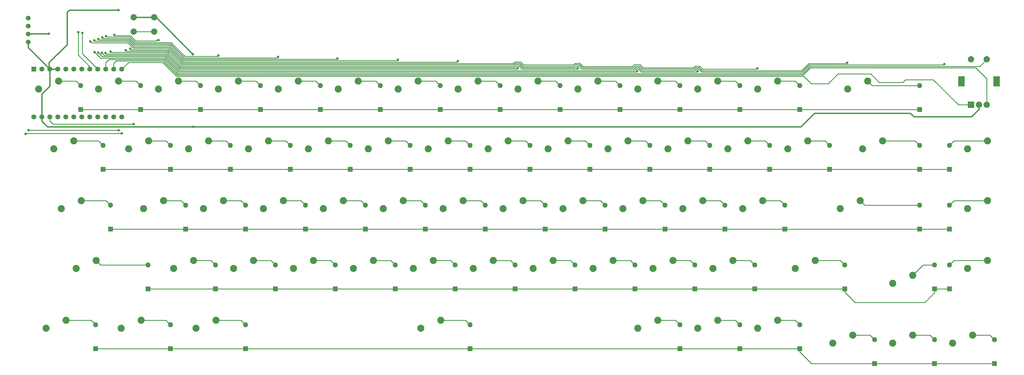
<source format=gtl>
%TF.GenerationSoftware,KiCad,Pcbnew,(6.0.8)*%
%TF.CreationDate,2023-10-10T00:17:19-07:00*%
%TF.ProjectId,CMKC65_R1,434d4b43-3635-45f5-9231-2e6b69636164,rev?*%
%TF.SameCoordinates,Original*%
%TF.FileFunction,Copper,L1,Top*%
%TF.FilePolarity,Positive*%
%FSLAX46Y46*%
G04 Gerber Fmt 4.6, Leading zero omitted, Abs format (unit mm)*
G04 Created by KiCad (PCBNEW (6.0.8)) date 2023-10-10 00:17:19*
%MOMM*%
%LPD*%
G01*
G04 APERTURE LIST*
%TA.AperFunction,ComponentPad*%
%ADD10R,1.600000X1.600000*%
%TD*%
%TA.AperFunction,ComponentPad*%
%ADD11O,1.600000X1.600000*%
%TD*%
%TA.AperFunction,ComponentPad*%
%ADD12C,2.250000*%
%TD*%
%TA.AperFunction,ComponentPad*%
%ADD13R,2.000000X2.000000*%
%TD*%
%TA.AperFunction,ComponentPad*%
%ADD14C,2.000000*%
%TD*%
%TA.AperFunction,ComponentPad*%
%ADD15R,2.000000X3.200000*%
%TD*%
%TA.AperFunction,ComponentPad*%
%ADD16C,1.524000*%
%TD*%
%TA.AperFunction,ComponentPad*%
%ADD17C,1.600000*%
%TD*%
%TA.AperFunction,ViaPad*%
%ADD18C,0.800000*%
%TD*%
%TA.AperFunction,Conductor*%
%ADD19C,0.254000*%
%TD*%
%TA.AperFunction,Conductor*%
%ADD20C,0.381000*%
%TD*%
G04 APERTURE END LIST*
D10*
X34925000Y-49212500D03*
D11*
X34925000Y-41592500D03*
D10*
X53975000Y-49212500D03*
D11*
X53975000Y-41592500D03*
D10*
X73025000Y-49212500D03*
D11*
X73025000Y-41592500D03*
D10*
X92075000Y-49212500D03*
D11*
X92075000Y-41592500D03*
D10*
X111125000Y-49212500D03*
D11*
X111125000Y-41592500D03*
D10*
X130175000Y-49212500D03*
D11*
X130175000Y-41592500D03*
D10*
X149225000Y-49212500D03*
D11*
X149225000Y-41592500D03*
D10*
X168275000Y-49212500D03*
D11*
X168275000Y-41592500D03*
D10*
X187325000Y-49212500D03*
D11*
X187325000Y-41592500D03*
D10*
X206375000Y-49212500D03*
D11*
X206375000Y-41592500D03*
D10*
X225425000Y-49212500D03*
D11*
X225425000Y-41592500D03*
D10*
X244475000Y-49212500D03*
D11*
X244475000Y-41592500D03*
D10*
X263525000Y-49212500D03*
D11*
X263525000Y-41592500D03*
D10*
X301625000Y-49212500D03*
D11*
X301625000Y-41592500D03*
D10*
X42068750Y-68262500D03*
D11*
X42068750Y-60642500D03*
D10*
X63500000Y-68262500D03*
D11*
X63500000Y-60642500D03*
D10*
X82550000Y-68262500D03*
D11*
X82550000Y-60642500D03*
D10*
X101600000Y-68262500D03*
D11*
X101600000Y-60642500D03*
D10*
X120650000Y-68262500D03*
D11*
X120650000Y-60642500D03*
D10*
X139700000Y-68262500D03*
D11*
X139700000Y-60642500D03*
D10*
X158750000Y-68262500D03*
D11*
X158750000Y-60642500D03*
D10*
X177800000Y-68262500D03*
D11*
X177800000Y-60642500D03*
D10*
X196850000Y-68262500D03*
D11*
X196850000Y-60642500D03*
D10*
X215900000Y-68262500D03*
D11*
X215900000Y-60642500D03*
D10*
X234950000Y-68262500D03*
D11*
X234950000Y-60642500D03*
D10*
X254000000Y-68262500D03*
D11*
X254000000Y-60642500D03*
D10*
X273050000Y-68262500D03*
D11*
X273050000Y-60642500D03*
D10*
X301625000Y-68262500D03*
D11*
X301625000Y-60642500D03*
D10*
X311150000Y-68262500D03*
D11*
X311150000Y-60642500D03*
D10*
X44450000Y-87312500D03*
D11*
X44450000Y-79692500D03*
D10*
X68262500Y-87312500D03*
D11*
X68262500Y-79692500D03*
D10*
X87312500Y-87312500D03*
D11*
X87312500Y-79692500D03*
D10*
X106362500Y-87312500D03*
D11*
X106362500Y-79692500D03*
D10*
X125412500Y-87312500D03*
D11*
X125412500Y-79692500D03*
D10*
X144462500Y-87312500D03*
D11*
X144462500Y-79692500D03*
D10*
X163512500Y-87312500D03*
D11*
X163512500Y-79692500D03*
D10*
X182562500Y-87312500D03*
D11*
X182562500Y-79692500D03*
D10*
X201612500Y-87312500D03*
D11*
X201612500Y-79692500D03*
D10*
X220662500Y-87312500D03*
D11*
X220662500Y-79692500D03*
D10*
X239712500Y-87312500D03*
D11*
X239712500Y-79692500D03*
D10*
X258762500Y-87312500D03*
D11*
X258762500Y-79692500D03*
D10*
X301625000Y-87312500D03*
D11*
X301625000Y-79692500D03*
D10*
X311150000Y-87312500D03*
D11*
X311150000Y-79692500D03*
D10*
X56356250Y-106362500D03*
D11*
X56356250Y-98742500D03*
D10*
X77787500Y-106362500D03*
D11*
X77787500Y-98742500D03*
D10*
X96837500Y-106362500D03*
D11*
X96837500Y-98742500D03*
D10*
X115887500Y-106362500D03*
D11*
X115887500Y-98742500D03*
D10*
X134937500Y-106362500D03*
D11*
X134937500Y-98742500D03*
D10*
X153987500Y-106362500D03*
D11*
X153987500Y-98742500D03*
D10*
X173037500Y-106362500D03*
D11*
X173037500Y-98742500D03*
D10*
X192087500Y-106362500D03*
D11*
X192087500Y-98742500D03*
D10*
X211137500Y-106362500D03*
D11*
X211137500Y-98742500D03*
D10*
X230187500Y-106362500D03*
D11*
X230187500Y-98742500D03*
D10*
X249237500Y-106362500D03*
D11*
X249237500Y-98742500D03*
D10*
X277812500Y-106362500D03*
D11*
X277812500Y-98742500D03*
D10*
X306387500Y-106362500D03*
D11*
X306387500Y-98742500D03*
D10*
X311150000Y-106362500D03*
D11*
X311150000Y-98742500D03*
D10*
X39687500Y-125412500D03*
D11*
X39687500Y-117792500D03*
D10*
X63500000Y-125412500D03*
D11*
X63500000Y-117792500D03*
D10*
X87312500Y-125412500D03*
D11*
X87312500Y-117792500D03*
D10*
X158750000Y-125412500D03*
D11*
X158750000Y-117792500D03*
D10*
X225425000Y-125412500D03*
D11*
X225425000Y-117792500D03*
D10*
X244475000Y-125412500D03*
D11*
X244475000Y-117792500D03*
D10*
X263525000Y-125412500D03*
D11*
X263525000Y-117792500D03*
D10*
X287337500Y-130175000D03*
D11*
X287337500Y-122555000D03*
D10*
X306387500Y-130175000D03*
D11*
X306387500Y-122555000D03*
D10*
X325437500Y-130175000D03*
D11*
X325437500Y-122555000D03*
D12*
X197802500Y-99853750D03*
X204152500Y-97313750D03*
X216852500Y-99853750D03*
X223202500Y-97313750D03*
X212090000Y-42703750D03*
X218440000Y-40163750D03*
X40640000Y-42703750D03*
X46990000Y-40163750D03*
X59690000Y-42703750D03*
X66040000Y-40163750D03*
X78740000Y-42703750D03*
X85090000Y-40163750D03*
X97790000Y-42703750D03*
X104140000Y-40163750D03*
X116840000Y-42703750D03*
X123190000Y-40163750D03*
X135890000Y-42703750D03*
X142240000Y-40163750D03*
X154940000Y-42703750D03*
X161290000Y-40163750D03*
X173990000Y-42703750D03*
X180340000Y-40163750D03*
X193040000Y-42703750D03*
X199390000Y-40163750D03*
X245427500Y-80803750D03*
X251777500Y-78263750D03*
X231140000Y-42703750D03*
X237490000Y-40163750D03*
X235902500Y-99853750D03*
X242252500Y-97313750D03*
X226377500Y-80803750D03*
X232727500Y-78263750D03*
X250190000Y-42703750D03*
X256540000Y-40163750D03*
X240665000Y-61753750D03*
X247015000Y-59213750D03*
X283527500Y-61753750D03*
X289877500Y-59213750D03*
X259715000Y-61753750D03*
X266065000Y-59213750D03*
X54927500Y-80803750D03*
X61277500Y-78263750D03*
X140652500Y-99853750D03*
X147002500Y-97313750D03*
X278765000Y-42703750D03*
X285115000Y-40163750D03*
X102552500Y-99853750D03*
X108902500Y-97313750D03*
X28733750Y-80803750D03*
X35083750Y-78263750D03*
X93027500Y-80803750D03*
X99377500Y-78263750D03*
X316865000Y-61753750D03*
X323215000Y-59213750D03*
X293052500Y-123666250D03*
X299402500Y-121126250D03*
X88265000Y-61753750D03*
X94615000Y-59213750D03*
X316865000Y-99853750D03*
X323215000Y-97313750D03*
X276383750Y-80803750D03*
X282733750Y-78263750D03*
X21590000Y-42703750D03*
X27940000Y-40163750D03*
X112077500Y-80803750D03*
X118427500Y-78263750D03*
X231140000Y-118903750D03*
X237490000Y-116363750D03*
X131127500Y-80803750D03*
X137477500Y-78263750D03*
X150177500Y-80803750D03*
X156527500Y-78263750D03*
X316865000Y-80803750D03*
X323215000Y-78263750D03*
X183515000Y-61753750D03*
X189865000Y-59213750D03*
X169227500Y-80803750D03*
X175577500Y-78263750D03*
X188277500Y-80803750D03*
X194627500Y-78263750D03*
X207327500Y-80803750D03*
X213677500Y-78263750D03*
X71596250Y-118903750D03*
X77946250Y-116363750D03*
X23971250Y-118903750D03*
X30321250Y-116363750D03*
X274002500Y-123666250D03*
X280352500Y-121126250D03*
X33496250Y-99853750D03*
X39846250Y-97313750D03*
X178752500Y-99853750D03*
X185102500Y-97313750D03*
X159702500Y-99853750D03*
X166052500Y-97313750D03*
X202565000Y-61753750D03*
X208915000Y-59213750D03*
X221615000Y-61753750D03*
X227965000Y-59213750D03*
X50165000Y-61753750D03*
X56515000Y-59213750D03*
X107315000Y-61753750D03*
X113665000Y-59213750D03*
X212090000Y-118903750D03*
X218440000Y-116363750D03*
X250190000Y-118903750D03*
X256540000Y-116363750D03*
X312102500Y-123666250D03*
X318452500Y-121126250D03*
X262096250Y-99853750D03*
X268446250Y-97313750D03*
X73977500Y-80803750D03*
X80327500Y-78263750D03*
X143033750Y-118903750D03*
X149383750Y-116363750D03*
X126365000Y-61753750D03*
X132715000Y-59213750D03*
X26352500Y-61753750D03*
X32702500Y-59213750D03*
X164465000Y-61753750D03*
X170815000Y-59213750D03*
X293052500Y-104616250D03*
X299402500Y-102076250D03*
X121602500Y-99853750D03*
X127952500Y-97313750D03*
X69215000Y-61753750D03*
X75565000Y-59213750D03*
X47783750Y-118903750D03*
X54133750Y-116363750D03*
X83502500Y-99853750D03*
X89852500Y-97313750D03*
X145415000Y-61753750D03*
X151765000Y-59213750D03*
X64452500Y-99853750D03*
X70802500Y-97313750D03*
D13*
X318008000Y-47752000D03*
D14*
X323008000Y-47752000D03*
X320508000Y-47752000D03*
D15*
X326108000Y-40252000D03*
X314908000Y-40252000D03*
D14*
X323008000Y-33252000D03*
X318008000Y-33252000D03*
D16*
X18250000Y-20090000D03*
X18250000Y-22630000D03*
X18250000Y-25170000D03*
X18250000Y-27710000D03*
D14*
X51780000Y-19900000D03*
X58280000Y-19900000D03*
X51780000Y-24400000D03*
X58280000Y-24400000D03*
D10*
X20060000Y-36410000D03*
D17*
X22600000Y-36410000D03*
X25140000Y-36410000D03*
X27680000Y-36410000D03*
X30220000Y-36410000D03*
X32760000Y-36410000D03*
X35300000Y-36410000D03*
X37840000Y-36410000D03*
X40380000Y-36410000D03*
X42920000Y-36410000D03*
X45460000Y-36410000D03*
X48000000Y-36410000D03*
X48000000Y-51650000D03*
X45460000Y-51650000D03*
X42920000Y-51650000D03*
X40380000Y-51650000D03*
X37840000Y-51650000D03*
X35300000Y-51650000D03*
X32760000Y-51650000D03*
X30220000Y-51650000D03*
X27680000Y-51650000D03*
X25140000Y-51650000D03*
X22600000Y-51650000D03*
X20060000Y-51650000D03*
D18*
X41668134Y-31229866D03*
X173863000Y-36137970D03*
X42799000Y-31238960D03*
X192913000Y-36137970D03*
X39370000Y-30988000D03*
X211836000Y-37045990D03*
X45593000Y-25415959D03*
X59690000Y-27153370D03*
X42968999Y-25869969D03*
X78740000Y-32052380D03*
X97663000Y-32505890D03*
X41783000Y-26323979D03*
X116586000Y-32959900D03*
X40513000Y-26777989D03*
X39243000Y-27231999D03*
X135763000Y-33413910D03*
X37973000Y-27559000D03*
X154813000Y-33867920D03*
X231013000Y-37045990D03*
X40519067Y-31108933D03*
X250063000Y-36137970D03*
X50673000Y-29845000D03*
X49276000Y-30330940D03*
X278638000Y-34305980D03*
X309499000Y-34759990D03*
X44422999Y-30784950D03*
X70612000Y-31597870D03*
X46941767Y-17592633D03*
X70739000Y-54737000D03*
X51770000Y-53900000D03*
X24765000Y-25146000D03*
X35438714Y-24861286D03*
X34160000Y-24610000D03*
X48000000Y-56870000D03*
X17440000Y-57050000D03*
X18380000Y-55840000D03*
X47010000Y-55840000D03*
D19*
X33496250Y-40163750D02*
X34925000Y-41592500D01*
X27940000Y-40163750D02*
X33496250Y-40163750D01*
X34925000Y-49212500D02*
X301625000Y-49212500D01*
X52546250Y-40163750D02*
X53975000Y-41592500D01*
X46990000Y-40163750D02*
X52546250Y-40163750D01*
X66040000Y-40163750D02*
X71596250Y-40163750D01*
X71596250Y-40163750D02*
X73025000Y-41592500D01*
X85090000Y-40163750D02*
X90646250Y-40163750D01*
X90646250Y-40163750D02*
X92075000Y-41592500D01*
X109696250Y-40163750D02*
X111125000Y-41592500D01*
X104140000Y-40163750D02*
X109696250Y-40163750D01*
X128746250Y-40163750D02*
X130175000Y-41592500D01*
X123190000Y-40163750D02*
X128746250Y-40163750D01*
X147796250Y-40163750D02*
X149225000Y-41592500D01*
X142240000Y-40163750D02*
X147796250Y-40163750D01*
X161290000Y-40163750D02*
X166846250Y-40163750D01*
X166846250Y-40163750D02*
X168275000Y-41592500D01*
X185896250Y-40163750D02*
X187325000Y-41592500D01*
X180340000Y-40163750D02*
X185896250Y-40163750D01*
X204946250Y-40163750D02*
X206375000Y-41592500D01*
X199390000Y-40163750D02*
X204946250Y-40163750D01*
X218440000Y-40163750D02*
X223996250Y-40163750D01*
X223996250Y-40163750D02*
X225425000Y-41592500D01*
X237490000Y-40163750D02*
X243046250Y-40163750D01*
X243046250Y-40163750D02*
X244475000Y-41592500D01*
X256540000Y-40163750D02*
X262096250Y-40163750D01*
X262096250Y-40163750D02*
X263525000Y-41592500D01*
X285115000Y-40163750D02*
X286543750Y-41592500D01*
X286543750Y-41592500D02*
X301625000Y-41592500D01*
X32702500Y-59213750D02*
X40640000Y-59213750D01*
X40640000Y-59213750D02*
X42068750Y-60642500D01*
X42068750Y-68262500D02*
X311150000Y-68262500D01*
X56515000Y-59213750D02*
X62071250Y-59213750D01*
X62071250Y-59213750D02*
X63500000Y-60642500D01*
X81121250Y-59213750D02*
X82550000Y-60642500D01*
X75565000Y-59213750D02*
X81121250Y-59213750D01*
X94615000Y-59213750D02*
X100171250Y-59213750D01*
X100171250Y-59213750D02*
X101600000Y-60642500D01*
X119221250Y-59213750D02*
X120650000Y-60642500D01*
X113665000Y-59213750D02*
X119221250Y-59213750D01*
X138271250Y-59213750D02*
X139700000Y-60642500D01*
X132715000Y-59213750D02*
X138271250Y-59213750D01*
X157321250Y-59213750D02*
X158750000Y-60642500D01*
X151765000Y-59213750D02*
X157321250Y-59213750D01*
X176371250Y-59213750D02*
X177800000Y-60642500D01*
X170815000Y-59213750D02*
X176371250Y-59213750D01*
X189865000Y-59213750D02*
X195421250Y-59213750D01*
X195421250Y-59213750D02*
X196850000Y-60642500D01*
X214471250Y-59213750D02*
X215900000Y-60642500D01*
X208915000Y-59213750D02*
X214471250Y-59213750D01*
X227965000Y-59213750D02*
X233521250Y-59213750D01*
X233521250Y-59213750D02*
X234950000Y-60642500D01*
X252571250Y-59213750D02*
X254000000Y-60642500D01*
X247015000Y-59213750D02*
X252571250Y-59213750D01*
X271621250Y-59213750D02*
X273050000Y-60642500D01*
X266065000Y-59213750D02*
X271621250Y-59213750D01*
X289877500Y-59213750D02*
X300196250Y-59213750D01*
X300196250Y-59213750D02*
X301625000Y-60642500D01*
X312578750Y-59213750D02*
X323215000Y-59213750D01*
X311150000Y-60642500D02*
X312578750Y-59213750D01*
X43021250Y-78263750D02*
X44450000Y-79692500D01*
X35083750Y-78263750D02*
X43021250Y-78263750D01*
X44450000Y-87312500D02*
X311150000Y-87312500D01*
X61277500Y-78263750D02*
X66833750Y-78263750D01*
X66833750Y-78263750D02*
X68262500Y-79692500D01*
X85883750Y-78263750D02*
X87312500Y-79692500D01*
X80327500Y-78263750D02*
X85883750Y-78263750D01*
X104933750Y-78263750D02*
X106362500Y-79692500D01*
X99377500Y-78263750D02*
X104933750Y-78263750D01*
X118427500Y-78263750D02*
X123983750Y-78263750D01*
X123983750Y-78263750D02*
X125412500Y-79692500D01*
X137477500Y-78263750D02*
X143033750Y-78263750D01*
X143033750Y-78263750D02*
X144462500Y-79692500D01*
X162083750Y-78263750D02*
X163512500Y-79692500D01*
X156527500Y-78263750D02*
X162083750Y-78263750D01*
X181133750Y-78263750D02*
X182562500Y-79692500D01*
X175577500Y-78263750D02*
X181133750Y-78263750D01*
X194627500Y-78263750D02*
X200183750Y-78263750D01*
X200183750Y-78263750D02*
X201612500Y-79692500D01*
X213677500Y-78263750D02*
X219233750Y-78263750D01*
X219233750Y-78263750D02*
X220662500Y-79692500D01*
X232727500Y-78263750D02*
X238283750Y-78263750D01*
X238283750Y-78263750D02*
X239712500Y-79692500D01*
X251777500Y-78263750D02*
X257333750Y-78263750D01*
X257333750Y-78263750D02*
X258762500Y-79692500D01*
X282733750Y-78263750D02*
X284162500Y-79692500D01*
X284162500Y-79692500D02*
X301625000Y-79692500D01*
X311150000Y-79692500D02*
X312578750Y-78263750D01*
X312578750Y-78263750D02*
X323215000Y-78263750D01*
X39846250Y-97313750D02*
X41275000Y-98742500D01*
X41275000Y-98742500D02*
X56356250Y-98742500D01*
X56356250Y-106362500D02*
X277812500Y-106362500D01*
X277812500Y-107416500D02*
X281140000Y-110744000D01*
X306387500Y-106362500D02*
X311150000Y-106362500D01*
X281140000Y-110744000D02*
X303276000Y-110744000D01*
X303276000Y-110744000D02*
X306387500Y-107632500D01*
X306387500Y-107632500D02*
X306387500Y-106362500D01*
X277812500Y-106362500D02*
X277812500Y-107416500D01*
X70802500Y-97313750D02*
X76358750Y-97313750D01*
X76358750Y-97313750D02*
X77787500Y-98742500D01*
X89852500Y-97313750D02*
X95408750Y-97313750D01*
X95408750Y-97313750D02*
X96837500Y-98742500D01*
X114458750Y-97313750D02*
X115887500Y-98742500D01*
X108902500Y-97313750D02*
X114458750Y-97313750D01*
X127952500Y-97313750D02*
X133508750Y-97313750D01*
X133508750Y-97313750D02*
X134937500Y-98742500D01*
X147002500Y-97313750D02*
X152558750Y-97313750D01*
X152558750Y-97313750D02*
X153987500Y-98742500D01*
X171608750Y-97313750D02*
X173037500Y-98742500D01*
X166052500Y-97313750D02*
X171608750Y-97313750D01*
X190658750Y-97313750D02*
X192087500Y-98742500D01*
X185102500Y-97313750D02*
X190658750Y-97313750D01*
X204152500Y-97313750D02*
X209708750Y-97313750D01*
X209708750Y-97313750D02*
X211137500Y-98742500D01*
X223202500Y-97313750D02*
X228758750Y-97313750D01*
X228758750Y-97313750D02*
X230187500Y-98742500D01*
X247808750Y-97313750D02*
X249237500Y-98742500D01*
X242252500Y-97313750D02*
X247808750Y-97313750D01*
X276383750Y-97313750D02*
X277812500Y-98742500D01*
X268446250Y-97313750D02*
X276383750Y-97313750D01*
X302736250Y-98742500D02*
X306387500Y-98742500D01*
X299402500Y-102076250D02*
X302736250Y-98742500D01*
X311150000Y-98742500D02*
X312578750Y-97313750D01*
X312578750Y-97313750D02*
X323215000Y-97313750D01*
X38258750Y-116363750D02*
X39687500Y-117792500D01*
X30321250Y-116363750D02*
X38258750Y-116363750D01*
X267233500Y-130175000D02*
X287337500Y-130175000D01*
X287337500Y-130175000D02*
X325437500Y-130175000D01*
X263525000Y-125412500D02*
X263525000Y-126466500D01*
X39687500Y-125412500D02*
X263525000Y-125412500D01*
X263525000Y-126466500D02*
X267233500Y-130175000D01*
X54133750Y-116363750D02*
X62071250Y-116363750D01*
X62071250Y-116363750D02*
X63500000Y-117792500D01*
X77946250Y-116363750D02*
X85883750Y-116363750D01*
X85883750Y-116363750D02*
X87312500Y-117792500D01*
X149383750Y-116363750D02*
X157321250Y-116363750D01*
X157321250Y-116363750D02*
X158750000Y-117792500D01*
X223996250Y-116363750D02*
X225425000Y-117792500D01*
X218440000Y-116363750D02*
X223996250Y-116363750D01*
X243046250Y-116363750D02*
X244475000Y-117792500D01*
X237490000Y-116363750D02*
X243046250Y-116363750D01*
X256540000Y-116363750D02*
X262096250Y-116363750D01*
X262096250Y-116363750D02*
X263525000Y-117792500D01*
X285908750Y-121126250D02*
X287337500Y-122555000D01*
X280352500Y-121126250D02*
X285908750Y-121126250D01*
X304958750Y-121126250D02*
X306387500Y-122555000D01*
X299402500Y-121126250D02*
X304958750Y-121126250D01*
X318452500Y-121126250D02*
X324008750Y-121126250D01*
X324008750Y-121126250D02*
X325437500Y-122555000D01*
X66426167Y-36410960D02*
X173590010Y-36410960D01*
X42404228Y-31965960D02*
X61981168Y-31965960D01*
X61981168Y-31965960D02*
X66426167Y-36410960D01*
X41668134Y-31229866D02*
X42404228Y-31965960D01*
X173590010Y-36410960D02*
X173863000Y-36137970D01*
X61793112Y-31511950D02*
X62169226Y-31511952D01*
X66614223Y-35956950D02*
X172968058Y-35956950D01*
X175211952Y-36410960D02*
X192640010Y-36410960D01*
X174211961Y-35410969D02*
X175211952Y-36410960D01*
X42941950Y-31511950D02*
X61793112Y-31511950D01*
X192640010Y-36410960D02*
X192913000Y-36137970D01*
X66548000Y-35890727D02*
X66614223Y-35956950D01*
X173514039Y-35410969D02*
X174211961Y-35410969D01*
X42799000Y-31238960D02*
X42799000Y-31369000D01*
X62169226Y-31511952D02*
X66548000Y-35890727D01*
X42799000Y-31369000D02*
X42941950Y-31511950D01*
X172968058Y-35956950D02*
X173514039Y-35410969D01*
X39370000Y-30988000D02*
X41255980Y-32873980D01*
X41255980Y-32873980D02*
X61605054Y-32873980D01*
X61605054Y-32873980D02*
X66050054Y-37318980D01*
X211563010Y-37318980D02*
X211836000Y-37045990D01*
X66050054Y-37318980D02*
X211563010Y-37318980D01*
X58807140Y-27425860D02*
X52544217Y-27425860D01*
X59690000Y-27153370D02*
X59079630Y-27153370D01*
X59079630Y-27153370D02*
X58807140Y-27425860D01*
X50807306Y-25688949D02*
X45754949Y-25688949D01*
X52544217Y-27425860D02*
X50807306Y-25688949D01*
X45754949Y-25688949D02*
X45593000Y-25527000D01*
X45593000Y-25527000D02*
X45593000Y-25415959D01*
X78740000Y-32052380D02*
X78467510Y-32324870D01*
X78467510Y-32324870D02*
X68125403Y-32324870D01*
X50619251Y-26142961D02*
X50243137Y-26142959D01*
X43241989Y-26142959D02*
X42968999Y-25869969D01*
X52356160Y-27879870D02*
X50619251Y-26142961D01*
X50243137Y-26142959D02*
X43241989Y-26142959D01*
X63680403Y-27879870D02*
X52356160Y-27879870D01*
X68125403Y-32324870D02*
X63680403Y-27879870D01*
X67930620Y-32778880D02*
X97390010Y-32778880D01*
X63485620Y-28333880D02*
X67930620Y-32778880D01*
X97390010Y-32778880D02*
X97663000Y-32505890D01*
X50431193Y-26596969D02*
X52168103Y-28333880D01*
X41836969Y-26596969D02*
X50431193Y-26596969D01*
X41783000Y-26543000D02*
X41836969Y-26596969D01*
X52168103Y-28333880D02*
X63485620Y-28333880D01*
X41783000Y-26323979D02*
X41783000Y-26543000D01*
X51943000Y-28750843D02*
X51943000Y-28754905D01*
X40513000Y-26777989D02*
X40513000Y-26924000D01*
X67742562Y-33232890D02*
X116313010Y-33232890D01*
X63297563Y-28787890D02*
X67742562Y-33232890D01*
X50243136Y-27050979D02*
X51943000Y-28750843D01*
X40513000Y-26924000D02*
X40639979Y-27050979D01*
X40639979Y-27050979D02*
X50243136Y-27050979D01*
X51975985Y-28787890D02*
X63297563Y-28787890D01*
X116313010Y-33232890D02*
X116586000Y-32959900D01*
X51943000Y-28754905D02*
X51975985Y-28787890D01*
X135490010Y-33686900D02*
X135763000Y-33413910D01*
X39243000Y-27231999D02*
X39243000Y-27305000D01*
X39442989Y-27504989D02*
X50051018Y-27504989D01*
X50051018Y-27504989D02*
X51787929Y-29241900D01*
X39243000Y-27305000D02*
X39442989Y-27504989D01*
X67554506Y-33686900D02*
X135490010Y-33686900D01*
X62733394Y-29241900D02*
X63109508Y-29241902D01*
X63109508Y-29241902D02*
X67554506Y-33686900D01*
X51787929Y-29241900D02*
X62733394Y-29241900D01*
X154540010Y-34140910D02*
X154813000Y-33867920D01*
X51599872Y-29695910D02*
X62921450Y-29695910D01*
X37973000Y-27559000D02*
X38372999Y-27958999D01*
X67366449Y-34140910D02*
X154540010Y-34140910D01*
X49862961Y-27958999D02*
X51599872Y-29695910D01*
X62921450Y-29695910D02*
X67366449Y-34140910D01*
X38372999Y-27958999D02*
X49862961Y-27958999D01*
X213184952Y-37318980D02*
X230740010Y-37318980D01*
X230740010Y-37318980D02*
X231013000Y-37045990D01*
X41830104Y-32419970D02*
X61793111Y-32419970D01*
X40519067Y-31108933D02*
X41830104Y-32419970D01*
X212184961Y-36318989D02*
X213184952Y-37318980D01*
X66238111Y-36864970D02*
X210941058Y-36864970D01*
X61793111Y-32419970D02*
X66238111Y-36864970D01*
X210941058Y-36864970D02*
X211487039Y-36318989D01*
X211487039Y-36318989D02*
X212184961Y-36318989D01*
X62733393Y-30149920D02*
X67178393Y-34594920D01*
X231738075Y-35410969D02*
X232738066Y-36410960D01*
X172403888Y-34594920D02*
X172949868Y-34048939D01*
X232738066Y-36410960D02*
X249790010Y-36410960D01*
X175776123Y-35048930D02*
X191641945Y-35048930D01*
X193641016Y-34502949D02*
X194641007Y-35502940D01*
X50673000Y-29845000D02*
X50977920Y-30149920D01*
X50977920Y-30149920D02*
X62733393Y-30149920D01*
X230287925Y-35410969D02*
X231738075Y-35410969D01*
X210922868Y-34956959D02*
X212771093Y-34956959D01*
X229741945Y-35956950D02*
X230287925Y-35410969D01*
X174776132Y-34048939D02*
X175776123Y-35048930D01*
X213771084Y-35956950D02*
X229741945Y-35956950D01*
X67178393Y-34594920D02*
X172403888Y-34594920D01*
X172949868Y-34048939D02*
X174776132Y-34048939D01*
X194641007Y-35502940D02*
X210376888Y-35502940D01*
X192187925Y-34502949D02*
X193641016Y-34502949D01*
X249790010Y-36410960D02*
X250063000Y-36137970D01*
X210376888Y-35502940D02*
X210922868Y-34956959D01*
X212771093Y-34956959D02*
X213771084Y-35956950D01*
X191641945Y-35048930D02*
X192187925Y-34502949D01*
X278365010Y-34578970D02*
X278638000Y-34305980D01*
X49548990Y-30603930D02*
X62545336Y-30603930D01*
X232550009Y-36864970D02*
X264103830Y-36864970D01*
X193452959Y-34956959D02*
X194452950Y-35956950D01*
X172591945Y-35048930D02*
X173137925Y-34502949D01*
X230475982Y-35864979D02*
X231550018Y-35864979D01*
X66990336Y-35048930D02*
X172591945Y-35048930D01*
X49276000Y-30330940D02*
X49548990Y-30603930D01*
X212583036Y-35410969D02*
X213583027Y-36410960D01*
X211110925Y-35410969D02*
X212583036Y-35410969D01*
X62545336Y-30603930D02*
X66990336Y-35048930D01*
X194452950Y-35956950D02*
X210564945Y-35956950D01*
X175588066Y-35502940D02*
X191830002Y-35502940D01*
X266389829Y-34578970D02*
X278365010Y-34578970D01*
X231550018Y-35864979D02*
X232550009Y-36864970D01*
X213583027Y-36410960D02*
X229930002Y-36410960D01*
X264103830Y-36864970D02*
X266389829Y-34578970D01*
X229930002Y-36410960D02*
X230475982Y-35864979D01*
X174588075Y-34502949D02*
X175588066Y-35502940D01*
X210564945Y-35956950D02*
X211110925Y-35410969D01*
X173137925Y-34502949D02*
X174588075Y-34502949D01*
X191830002Y-35502940D02*
X192375982Y-34956959D01*
X192375982Y-34956959D02*
X193452959Y-34956959D01*
X211298982Y-35864979D02*
X212394979Y-35864979D01*
X66802280Y-35502940D02*
X172780002Y-35502940D01*
X62045940Y-31057940D02*
X62045942Y-31057942D01*
X174400018Y-34956959D02*
X175400009Y-35956950D01*
X193261961Y-35410969D02*
X194261952Y-36410960D01*
X230118058Y-36864970D02*
X230664039Y-36318989D01*
X231361961Y-36318989D02*
X232361952Y-37318980D01*
X194261952Y-36410960D02*
X210753002Y-36410960D01*
X264291887Y-37318980D02*
X266577886Y-35032980D01*
X232361952Y-37318980D02*
X264291887Y-37318980D01*
X309226010Y-35032980D02*
X309499000Y-34759990D01*
X213394970Y-36864970D02*
X230118058Y-36864970D01*
X230664039Y-36318989D02*
X231361961Y-36318989D01*
X192564039Y-35410969D02*
X193261961Y-35410969D01*
X172780002Y-35502940D02*
X173325982Y-34956959D01*
X210753002Y-36410960D02*
X211298982Y-35864979D01*
X192018058Y-35956950D02*
X192564039Y-35410969D01*
X173325982Y-34956959D02*
X174400018Y-34956959D01*
X212394979Y-35864979D02*
X213394970Y-36864970D01*
X175400009Y-35956950D02*
X192018058Y-35956950D01*
X62045942Y-31057942D02*
X62357283Y-31057943D01*
X62357283Y-31057943D02*
X66802280Y-35502940D01*
X44695989Y-31057940D02*
X62045940Y-31057940D01*
X44422999Y-30784950D02*
X44695989Y-31057940D01*
X266577886Y-35032980D02*
X309226010Y-35032980D01*
X305960000Y-39740000D02*
X297180000Y-39740000D01*
X65456948Y-38680980D02*
X264850980Y-38680980D01*
X48000000Y-36410000D02*
X50174020Y-34235980D01*
X272580000Y-41000000D02*
X267170000Y-41000000D01*
X50174020Y-34235980D02*
X61011948Y-34235980D01*
X61011948Y-34235980D02*
X65456948Y-38680980D01*
X286110000Y-37930000D02*
X275650000Y-37930000D01*
X267170000Y-41000000D02*
X264850980Y-38680980D01*
X318008000Y-47752000D02*
X313972000Y-47752000D01*
X296340000Y-40580000D02*
X288760000Y-40580000D01*
X275650000Y-37930000D02*
X272580000Y-41000000D01*
X288760000Y-40580000D02*
X286110000Y-37930000D01*
X313972000Y-47752000D02*
X305960000Y-39740000D01*
X297180000Y-39740000D02*
X296340000Y-40580000D01*
D20*
X58914130Y-19900000D02*
X58280000Y-19900000D01*
X58280000Y-19900000D02*
X51780000Y-19900000D01*
X70739000Y-54737000D02*
X263906000Y-54737000D01*
X31302367Y-17592633D02*
X30606999Y-18288001D01*
X46941767Y-17592633D02*
X31302367Y-17592633D01*
X27680000Y-36410000D02*
X25140000Y-36410000D01*
X24900000Y-36170000D02*
X25140000Y-36410000D01*
X22600000Y-44340000D02*
X25140000Y-41800000D01*
X30606999Y-28573001D02*
X24900000Y-34280000D01*
X70739000Y-54737000D02*
X24357000Y-54737000D01*
X268224000Y-50419000D02*
X298704000Y-50419000D01*
X25140000Y-36410000D02*
X18250000Y-29520000D01*
X30606999Y-18288001D02*
X30606999Y-28573001D01*
X22600000Y-52980000D02*
X22600000Y-51650000D01*
X24357000Y-54737000D02*
X22600000Y-52980000D01*
X25140000Y-41800000D02*
X25140000Y-36410000D01*
X18250000Y-29520000D02*
X18250000Y-27710000D01*
X299847000Y-51562000D02*
X318112213Y-51562000D01*
X263906000Y-54737000D02*
X268224000Y-50419000D01*
X70612000Y-31597870D02*
X58914130Y-19900000D01*
X318112213Y-51562000D02*
X320508000Y-49166213D01*
X320508000Y-49166213D02*
X320508000Y-47752000D01*
X22600000Y-51650000D02*
X22600000Y-44340000D01*
X298704000Y-50419000D02*
X299847000Y-51562000D01*
X24900000Y-34280000D02*
X24900000Y-36170000D01*
D19*
X264667992Y-38226980D02*
X266940972Y-35954000D01*
X61200000Y-33781980D02*
X65645000Y-38226980D01*
X65645000Y-38226980D02*
X264667992Y-38226980D01*
X46180000Y-33781980D02*
X61200000Y-33781980D01*
X323008000Y-39458000D02*
X323008000Y-47752000D01*
X266940972Y-35954000D02*
X319504000Y-35954000D01*
X45460000Y-34501980D02*
X46180000Y-33781980D01*
X319504000Y-35954000D02*
X323008000Y-39458000D01*
X45460000Y-36410000D02*
X45460000Y-34501980D01*
X266752920Y-35500000D02*
X320760000Y-35500000D01*
X65862002Y-37772980D02*
X264479940Y-37772980D01*
X61417002Y-33327980D02*
X65862002Y-37772980D01*
X320760000Y-35500000D02*
X323008000Y-33252000D01*
X42920000Y-34217980D02*
X43810000Y-33327980D01*
X43810000Y-33327980D02*
X61417002Y-33327980D01*
X264479940Y-37772980D02*
X266752920Y-35500000D01*
X42920000Y-36410000D02*
X42920000Y-34217980D01*
X26150000Y-53900000D02*
X25140000Y-52890000D01*
X58280000Y-24400000D02*
X51780000Y-24400000D01*
X25140000Y-52890000D02*
X25140000Y-51650000D01*
X51770000Y-53900000D02*
X26150000Y-53900000D01*
D20*
X18274000Y-25146000D02*
X18250000Y-25170000D01*
X24765000Y-25146000D02*
X18274000Y-25146000D01*
D19*
X35438714Y-31468714D02*
X40380000Y-36410000D01*
X35438714Y-24861286D02*
X35438714Y-31468714D01*
X34160000Y-31910000D02*
X37840000Y-35590000D01*
X37840000Y-35590000D02*
X37840000Y-36410000D01*
X34160000Y-24610000D02*
X34160000Y-31910000D01*
X17440000Y-57050000D02*
X17620000Y-56870000D01*
X17620000Y-56870000D02*
X48000000Y-56870000D01*
X18380000Y-55840000D02*
X47010000Y-55840000D01*
M02*

</source>
